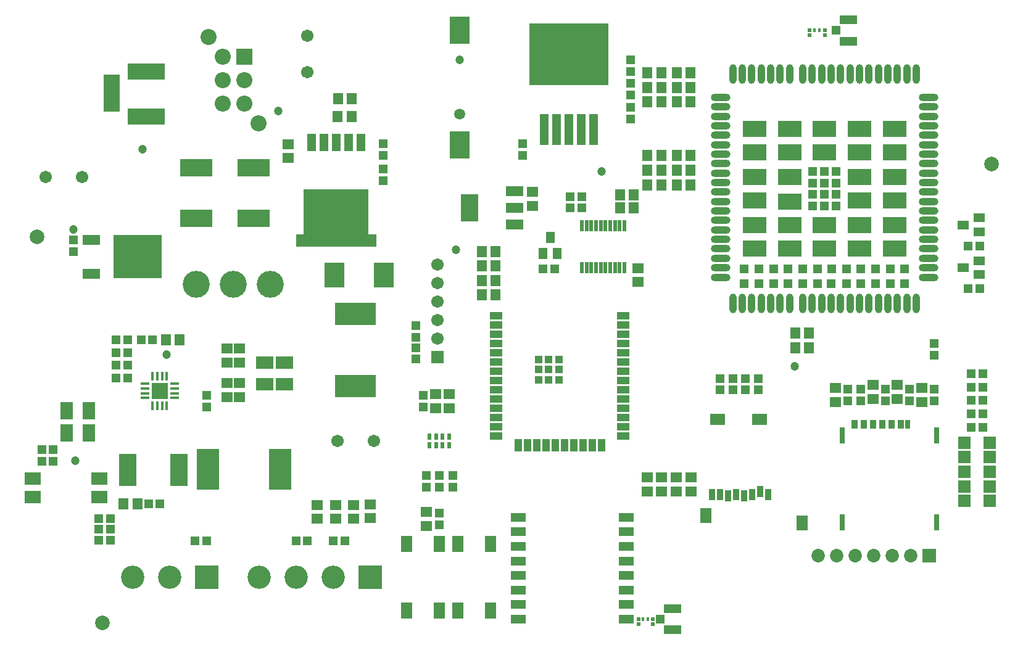
<source format=gts>
G04*
G04 #@! TF.GenerationSoftware,Altium Limited,Altium Designer,24.5.2 (23)*
G04*
G04 Layer_Color=8388736*
%FSLAX25Y25*%
%MOIN*%
G70*
G04*
G04 #@! TF.SameCoordinates,326569EC-AB97-4657-8C9B-8E87E8CDC543*
G04*
G04*
G04 #@! TF.FilePolarity,Negative*
G04*
G01*
G75*
%ADD63R,0.05918X0.05524*%
%ADD64R,0.05524X0.05918*%
%ADD65C,0.04737*%
%ADD66R,0.04816X0.04501*%
%ADD67R,0.11036X0.14973*%
%ADD68R,0.04501X0.04816*%
%ADD69R,0.01778X0.01975*%
%ADD70R,0.01975X0.01975*%
%ADD71R,0.06312X0.09068*%
%ADD72R,0.06706X0.06706*%
%ADD73R,0.06706X0.04343*%
%ADD74R,0.04343X0.06706*%
%ADD75R,0.04343X0.04343*%
%ADD76R,0.02368X0.03550*%
%ADD77R,0.09461X0.04934*%
%ADD78R,0.05131X0.04737*%
%ADD79R,0.04737X0.06312*%
%ADD80R,0.06312X0.04737*%
%ADD81R,0.08477X0.04934*%
%ADD82R,0.05013X0.09304*%
%ADD83R,0.04900X0.16700*%
%ADD84R,0.09461X0.14580*%
%ADD85R,0.09461X0.05524*%
%ADD86R,0.10642X0.13792*%
%ADD87R,0.12217X0.22060*%
%ADD88R,0.06706X0.09461*%
%ADD89R,0.09461X0.06706*%
%ADD90R,0.08661X0.08661*%
%ADD91R,0.05118X0.01575*%
%ADD92R,0.01575X0.05118*%
%ADD93R,0.09461X0.17729*%
%ADD94R,0.09776X0.05524*%
%ADD95R,0.25997X0.23635*%
%ADD96R,0.09068X0.06706*%
G04:AMPARAMS|DCode=97|XSize=61.06mil|YSize=19.72mil|CornerRadius=2.97mil|HoleSize=0mil|Usage=FLASHONLY|Rotation=270.000|XOffset=0mil|YOffset=0mil|HoleType=Round|Shape=RoundedRectangle|*
%AMROUNDEDRECTD97*
21,1,0.06106,0.01378,0,0,270.0*
21,1,0.05512,0.01972,0,0,270.0*
1,1,0.00594,-0.00689,-0.02756*
1,1,0.00594,-0.00689,0.02756*
1,1,0.00594,0.00689,0.02756*
1,1,0.00594,0.00689,-0.02756*
%
%ADD97ROUNDEDRECTD97*%
G04:AMPARAMS|DCode=98|XSize=106.42mil|YSize=39.5mil|CornerRadius=19.75mil|HoleSize=0mil|Usage=FLASHONLY|Rotation=90.000|XOffset=0mil|YOffset=0mil|HoleType=Round|Shape=RoundedRectangle|*
%AMROUNDEDRECTD98*
21,1,0.10642,0.00000,0,0,90.0*
21,1,0.06693,0.03950,0,0,90.0*
1,1,0.03950,0.00000,0.03347*
1,1,0.03950,0.00000,-0.03347*
1,1,0.03950,0.00000,-0.03347*
1,1,0.03950,0.00000,0.03347*
%
%ADD98ROUNDEDRECTD98*%
G04:AMPARAMS|DCode=99|XSize=106.42mil|YSize=39.5mil|CornerRadius=19.75mil|HoleSize=0mil|Usage=FLASHONLY|Rotation=180.000|XOffset=0mil|YOffset=0mil|HoleType=Round|Shape=RoundedRectangle|*
%AMROUNDEDRECTD99*
21,1,0.10642,0.00000,0,0,180.0*
21,1,0.06693,0.03950,0,0,180.0*
1,1,0.03950,-0.03347,0.00000*
1,1,0.03950,0.03347,0.00000*
1,1,0.03950,0.03347,0.00000*
1,1,0.03950,-0.03347,0.00000*
%
%ADD99ROUNDEDRECTD99*%
%ADD100R,0.05131X0.05131*%
%ADD101R,0.12611X0.08674*%
%ADD102R,0.43100X0.33500*%
%ADD103R,0.03543X0.06299*%
%ADD104R,0.07887X0.06312*%
%ADD105R,0.06312X0.08280*%
%ADD106R,0.22060X0.12217*%
%ADD107R,0.17729X0.09461*%
%ADD108C,0.07874*%
%ADD109R,0.03084X0.09068*%
%ADD110R,0.02795X0.04685*%
%ADD111R,0.03347X0.04842*%
%ADD112R,0.03189X0.04685*%
%ADD113C,0.06706*%
%ADD114R,0.06706X0.06706*%
%ADD115C,0.05918*%
%ADD116C,0.14580*%
%ADD117C,0.07296*%
%ADD118R,0.07296X0.07296*%
%ADD119R,0.12611X0.12611*%
%ADD120C,0.12611*%
%ADD121R,0.20485X0.08674*%
%ADD122R,0.08674X0.20485*%
%ADD123C,0.08674*%
%ADD124R,0.08674X0.08674*%
G36*
X190753Y246153D02*
X190772Y246150D01*
X191095D01*
Y245827D01*
X191098Y245808D01*
X191102Y245756D01*
Y221747D01*
X194835D01*
X194887Y221744D01*
X194906Y221740D01*
X195228D01*
Y221417D01*
X195232Y221399D01*
X195236Y221346D01*
Y215559D01*
X195232Y215507D01*
X195228Y215488D01*
Y215165D01*
X194906D01*
X194887Y215162D01*
X194835Y215158D01*
X152315D01*
X152263Y215162D01*
X152244Y215165D01*
X151921D01*
Y215488D01*
X151918Y215507D01*
X151914Y215559D01*
Y221346D01*
X151918Y221399D01*
X151921Y221417D01*
Y221740D01*
X152244D01*
X152263Y221744D01*
X152315Y221747D01*
X156048D01*
Y245756D01*
X156051Y245808D01*
X156055Y245827D01*
Y246150D01*
X156378D01*
X156396Y246153D01*
X156449Y246157D01*
X190701D01*
X190753Y246153D01*
D02*
G37*
D63*
X114556Y141375D02*
D03*
Y133895D02*
D03*
X114556Y152565D02*
D03*
Y160046D02*
D03*
X121446Y141375D02*
D03*
Y133895D02*
D03*
X121446Y152565D02*
D03*
Y160046D02*
D03*
X279528Y244685D02*
D03*
Y237205D02*
D03*
X336614Y196063D02*
D03*
Y203543D02*
D03*
X341535Y90354D02*
D03*
Y82874D02*
D03*
X349409Y90354D02*
D03*
Y82874D02*
D03*
X357283Y90354D02*
D03*
Y82874D02*
D03*
X365158Y90354D02*
D03*
Y82874D02*
D03*
X222441Y71653D02*
D03*
Y64173D02*
D03*
X227362Y135433D02*
D03*
Y127953D02*
D03*
X234685Y135433D02*
D03*
Y127953D02*
D03*
X191929Y75787D02*
D03*
Y68307D02*
D03*
X183071Y75590D02*
D03*
Y68110D02*
D03*
X147638Y262992D02*
D03*
Y270472D02*
D03*
X173228Y68110D02*
D03*
Y75590D02*
D03*
X163386D02*
D03*
Y68110D02*
D03*
X443291Y138665D02*
D03*
Y131184D02*
D03*
X463592Y132874D02*
D03*
Y140354D02*
D03*
X476779Y132874D02*
D03*
Y140354D02*
D03*
X489854Y131184D02*
D03*
Y138665D02*
D03*
D64*
X81486Y164717D02*
D03*
X88967D02*
D03*
X252165Y212598D02*
D03*
X259646D02*
D03*
X252165Y204724D02*
D03*
X259646D02*
D03*
X252165Y196850D02*
D03*
X259646D02*
D03*
X252165Y188976D02*
D03*
X259646D02*
D03*
X66227Y76021D02*
D03*
X58746D02*
D03*
X428937Y168307D02*
D03*
X421457D02*
D03*
X334329Y236221D02*
D03*
X326849D02*
D03*
X334329Y243155D02*
D03*
X326849D02*
D03*
X341732Y264370D02*
D03*
X349213D02*
D03*
X341732Y256496D02*
D03*
X349213D02*
D03*
X341732Y248622D02*
D03*
X349213D02*
D03*
X364961Y248622D02*
D03*
X357480D02*
D03*
X364961Y256496D02*
D03*
X357480D02*
D03*
X364961Y264370D02*
D03*
X357480D02*
D03*
X349213Y293307D02*
D03*
X341732D02*
D03*
X349213Y301181D02*
D03*
X341732D02*
D03*
X349213Y309055D02*
D03*
X341732D02*
D03*
X357480Y309055D02*
D03*
X364961D02*
D03*
X357480Y301181D02*
D03*
X364961D02*
D03*
X357480Y293307D02*
D03*
X364961D02*
D03*
X181962Y295205D02*
D03*
X174481D02*
D03*
X181890Y285433D02*
D03*
X174409D02*
D03*
X421457Y160433D02*
D03*
X428937D02*
D03*
D65*
X68898Y267717D02*
D03*
X238189Y213583D02*
D03*
X32480Y99410D02*
D03*
X316929Y255906D02*
D03*
X421260Y150591D02*
D03*
X81879Y156882D02*
D03*
X31457Y224317D02*
D03*
X142126Y288386D02*
D03*
X240158Y316122D02*
D03*
D66*
X216535Y166181D02*
D03*
Y172402D02*
D03*
Y154370D02*
D03*
Y160591D02*
D03*
X496673Y156610D02*
D03*
Y162831D02*
D03*
X387795Y143858D02*
D03*
Y137638D02*
D03*
X394685Y143858D02*
D03*
Y137638D02*
D03*
X380906Y143858D02*
D03*
Y137638D02*
D03*
X401575Y143858D02*
D03*
Y137638D02*
D03*
X14764Y99252D02*
D03*
Y105473D02*
D03*
X20669D02*
D03*
Y99252D02*
D03*
X229331Y71024D02*
D03*
Y64803D02*
D03*
X222441Y85276D02*
D03*
Y91496D02*
D03*
X229331Y85276D02*
D03*
Y91496D02*
D03*
X236653Y85276D02*
D03*
Y91496D02*
D03*
X220472Y128583D02*
D03*
Y134803D02*
D03*
X103690Y134677D02*
D03*
Y128457D02*
D03*
X31496Y212441D02*
D03*
Y218661D02*
D03*
X274232Y270827D02*
D03*
Y264606D02*
D03*
X332677Y316102D02*
D03*
Y309882D02*
D03*
Y303465D02*
D03*
Y297244D02*
D03*
Y290354D02*
D03*
Y284134D02*
D03*
X198819Y264606D02*
D03*
Y270827D02*
D03*
Y250827D02*
D03*
Y257047D02*
D03*
X496673Y138035D02*
D03*
Y131814D02*
D03*
X483290Y138035D02*
D03*
Y131814D02*
D03*
X470351Y138035D02*
D03*
Y131814D02*
D03*
X450019Y138035D02*
D03*
Y131814D02*
D03*
X456931Y138035D02*
D03*
Y131814D02*
D03*
D67*
X240158Y270098D02*
D03*
Y332264D02*
D03*
D68*
X522795Y117508D02*
D03*
X516575D02*
D03*
X522795Y146465D02*
D03*
X516575D02*
D03*
X522795Y139020D02*
D03*
X516575D02*
D03*
Y124646D02*
D03*
X522795D02*
D03*
Y131972D02*
D03*
X516575D02*
D03*
X103561Y56102D02*
D03*
X97342D02*
D03*
X151813Y56102D02*
D03*
X158031D02*
D03*
X172087D02*
D03*
X178307D02*
D03*
X306298Y242059D02*
D03*
X300077D02*
D03*
X306298Y236221D02*
D03*
X300077D02*
D03*
X285374Y203255D02*
D03*
X291594D02*
D03*
X521128Y192547D02*
D03*
X514907D02*
D03*
X521128Y215598D02*
D03*
X514907D02*
D03*
X54604Y164756D02*
D03*
X60824D02*
D03*
X60824Y157866D02*
D03*
X54604D02*
D03*
X74359Y164756D02*
D03*
X68138D02*
D03*
X60824Y150976D02*
D03*
X54604D02*
D03*
X78392Y76021D02*
D03*
X72172D02*
D03*
X60824Y144087D02*
D03*
X54604D02*
D03*
X45305Y68262D02*
D03*
X51525D02*
D03*
X51525Y62441D02*
D03*
X45305D02*
D03*
X45305Y56619D02*
D03*
X51525D02*
D03*
D69*
X341831Y13739D02*
D03*
X339272D02*
D03*
X432074Y332087D02*
D03*
X434633D02*
D03*
D70*
X336788Y13739D02*
D03*
Y10983D02*
D03*
X429134Y329331D02*
D03*
Y332087D02*
D03*
X437522Y332087D02*
D03*
Y329331D02*
D03*
X344488Y10983D02*
D03*
Y13739D02*
D03*
D71*
X229331Y54331D02*
D03*
X211614D02*
D03*
Y18504D02*
D03*
X229331D02*
D03*
X239173D02*
D03*
X256890D02*
D03*
Y54331D02*
D03*
X239173D02*
D03*
D72*
X526575Y93504D02*
D03*
X512795D02*
D03*
X526575Y85630D02*
D03*
X512795D02*
D03*
Y77756D02*
D03*
X526575D02*
D03*
X512795Y109252D02*
D03*
X526575D02*
D03*
X512795Y101378D02*
D03*
X526575D02*
D03*
D73*
X259842Y177677D02*
D03*
Y172677D02*
D03*
X259842Y167677D02*
D03*
X259842Y162677D02*
D03*
Y157677D02*
D03*
Y152677D02*
D03*
Y147677D02*
D03*
Y142677D02*
D03*
Y137677D02*
D03*
Y132677D02*
D03*
X259842Y127677D02*
D03*
X259842Y122677D02*
D03*
Y117677D02*
D03*
Y112677D02*
D03*
X328740D02*
D03*
Y117677D02*
D03*
Y122677D02*
D03*
X328740Y127677D02*
D03*
X328740Y132677D02*
D03*
Y137677D02*
D03*
Y142677D02*
D03*
Y147677D02*
D03*
Y152677D02*
D03*
Y157677D02*
D03*
Y162677D02*
D03*
X328740Y167677D02*
D03*
X328740Y172677D02*
D03*
Y177677D02*
D03*
D74*
X271811Y107756D02*
D03*
X276811Y107756D02*
D03*
X281811Y107756D02*
D03*
X286811D02*
D03*
X291811Y107756D02*
D03*
X296811Y107756D02*
D03*
X301811Y107756D02*
D03*
X306811Y107756D02*
D03*
X311811D02*
D03*
X316811Y107756D02*
D03*
D75*
X282874Y154291D02*
D03*
X288386D02*
D03*
X293898D02*
D03*
X282874Y148779D02*
D03*
X288386D02*
D03*
X293898Y148779D02*
D03*
X282874Y143268D02*
D03*
X288386D02*
D03*
X293898D02*
D03*
D76*
X224012Y107677D02*
D03*
X227555D02*
D03*
X231099D02*
D03*
X234642D02*
D03*
Y112401D02*
D03*
X231099D02*
D03*
X227555D02*
D03*
X224012D02*
D03*
D77*
X450198Y337841D02*
D03*
Y326227D02*
D03*
X355217Y19587D02*
D03*
Y7972D02*
D03*
D78*
X443702Y332034D02*
D03*
X348721Y13780D02*
D03*
D79*
X289173Y220276D02*
D03*
X292913Y211614D02*
D03*
X285433D02*
D03*
D80*
X512402Y203740D02*
D03*
X521063Y207480D02*
D03*
Y200000D02*
D03*
X512402Y226916D02*
D03*
X521063Y230656D02*
D03*
Y223175D02*
D03*
D81*
X272047Y68898D02*
D03*
Y61024D02*
D03*
Y53150D02*
D03*
Y45276D02*
D03*
Y37402D02*
D03*
Y29528D02*
D03*
Y21654D02*
D03*
Y13780D02*
D03*
X330315D02*
D03*
Y21654D02*
D03*
Y29528D02*
D03*
Y37402D02*
D03*
Y45276D02*
D03*
Y53150D02*
D03*
Y61024D02*
D03*
Y68898D02*
D03*
D82*
X186961Y271346D02*
D03*
X180268D02*
D03*
X173575D02*
D03*
X166882D02*
D03*
X160189D02*
D03*
D83*
X292520Y278350D02*
D03*
X285827D02*
D03*
X299213D02*
D03*
X305906D02*
D03*
X312598D02*
D03*
D84*
X245669Y236221D02*
D03*
D85*
X270079Y245276D02*
D03*
Y236221D02*
D03*
Y227165D02*
D03*
D86*
X172638Y199803D02*
D03*
X199409D02*
D03*
D87*
X104264Y94874D02*
D03*
X143241D02*
D03*
D88*
X39835Y126428D02*
D03*
X28024D02*
D03*
X39835Y114618D02*
D03*
X28024D02*
D03*
D89*
X145669Y152559D02*
D03*
Y140748D02*
D03*
X134843Y152559D02*
D03*
Y140748D02*
D03*
D90*
X78209Y137185D02*
D03*
D91*
X70138Y133346D02*
D03*
Y135906D02*
D03*
Y138465D02*
D03*
Y141024D02*
D03*
X86279Y138465D02*
D03*
Y135906D02*
D03*
Y133346D02*
D03*
Y141024D02*
D03*
D92*
X74370Y145256D02*
D03*
X76929D02*
D03*
X79488D02*
D03*
X82047D02*
D03*
Y129114D02*
D03*
X79488D02*
D03*
X76929D02*
D03*
X74370D02*
D03*
D93*
X88583Y94488D02*
D03*
X61024D02*
D03*
D94*
X41417Y200590D02*
D03*
Y218701D02*
D03*
D95*
X66417Y209646D02*
D03*
D96*
X9646Y79646D02*
D03*
Y89646D02*
D03*
X45472D02*
D03*
Y79646D02*
D03*
D97*
X329323Y226522D02*
D03*
X326764D02*
D03*
X324205D02*
D03*
X321646D02*
D03*
X319087D02*
D03*
X316528D02*
D03*
X313969D02*
D03*
X311410D02*
D03*
X308851D02*
D03*
X306292D02*
D03*
Y203688D02*
D03*
X308851D02*
D03*
X311410D02*
D03*
X313969D02*
D03*
X316528D02*
D03*
X319087D02*
D03*
X321646D02*
D03*
X324205D02*
D03*
X326764D02*
D03*
X329323D02*
D03*
D98*
X408268Y184449D02*
D03*
X413386D02*
D03*
X418504D02*
D03*
X435827D02*
D03*
X440945D02*
D03*
X446063D02*
D03*
X451181D02*
D03*
X456299D02*
D03*
X461417D02*
D03*
X466536D02*
D03*
X471654D02*
D03*
X476772D02*
D03*
X481890D02*
D03*
X487008D02*
D03*
Y308465D02*
D03*
X481890D02*
D03*
X476772D02*
D03*
X471654D02*
D03*
X466536D02*
D03*
X461417D02*
D03*
X440945D02*
D03*
X435827D02*
D03*
X418504D02*
D03*
X413386D02*
D03*
X408268D02*
D03*
X403150D02*
D03*
X398031D02*
D03*
X392913D02*
D03*
X387795D02*
D03*
X425591D02*
D03*
X430709D02*
D03*
Y184449D02*
D03*
X425591D02*
D03*
X446063Y308465D02*
D03*
X451181D02*
D03*
X456299D02*
D03*
X403150Y184449D02*
D03*
X398031D02*
D03*
X392913D02*
D03*
X387795D02*
D03*
D99*
X493504Y208858D02*
D03*
Y213976D02*
D03*
Y219094D02*
D03*
Y224213D02*
D03*
Y229331D02*
D03*
Y254921D02*
D03*
Y260039D02*
D03*
Y265158D02*
D03*
Y270276D02*
D03*
Y275394D02*
D03*
Y280512D02*
D03*
Y285630D02*
D03*
X493504Y295866D02*
D03*
X381299D02*
D03*
X381299Y290748D02*
D03*
Y285630D02*
D03*
Y280512D02*
D03*
Y275394D02*
D03*
Y270276D02*
D03*
Y265158D02*
D03*
Y234449D02*
D03*
Y229331D02*
D03*
Y224213D02*
D03*
Y219094D02*
D03*
Y213976D02*
D03*
Y208858D02*
D03*
X493504Y203740D02*
D03*
Y198622D02*
D03*
X381299D02*
D03*
Y203740D02*
D03*
Y239567D02*
D03*
Y244685D02*
D03*
Y249803D02*
D03*
Y254921D02*
D03*
Y260039D02*
D03*
X493504Y290748D02*
D03*
Y249803D02*
D03*
Y244685D02*
D03*
Y239567D02*
D03*
Y234449D02*
D03*
D100*
X431102Y249606D02*
D03*
X443701Y243307D02*
D03*
X431102Y237008D02*
D03*
X394094Y203150D02*
D03*
X409842D02*
D03*
X425591D02*
D03*
X433465D02*
D03*
X441339D02*
D03*
X449213D02*
D03*
X457087D02*
D03*
X457087Y195276D02*
D03*
X464961D02*
D03*
X480709D02*
D03*
X472835D02*
D03*
X449213D02*
D03*
X440945D02*
D03*
X433465D02*
D03*
X425591D02*
D03*
X417717D02*
D03*
X409842D02*
D03*
X401968D02*
D03*
X394094D02*
D03*
X480709Y203150D02*
D03*
X472835D02*
D03*
X464961D02*
D03*
X417717D02*
D03*
X401968D02*
D03*
X443701Y237008D02*
D03*
X437402D02*
D03*
Y243307D02*
D03*
X431102D02*
D03*
X443701Y249606D02*
D03*
X437402D02*
D03*
X443701Y255906D02*
D03*
X437402D02*
D03*
X431102D02*
D03*
D101*
X399606Y278740D02*
D03*
X418504D02*
D03*
X437402D02*
D03*
X456299D02*
D03*
X475197D02*
D03*
X399606Y266142D02*
D03*
X418504D02*
D03*
X437402D02*
D03*
X456299D02*
D03*
X475197D02*
D03*
X399606Y252756D02*
D03*
X418504D02*
D03*
X456299D02*
D03*
X475197D02*
D03*
X399606Y240158D02*
D03*
X418504Y239567D02*
D03*
X456299Y240158D02*
D03*
X475197D02*
D03*
X399606Y226772D02*
D03*
X418504D02*
D03*
X437402D02*
D03*
X456299D02*
D03*
X475197D02*
D03*
X399606Y214173D02*
D03*
X418504D02*
D03*
X437402D02*
D03*
X456299D02*
D03*
X475197D02*
D03*
D102*
X299213Y319094D02*
D03*
D103*
X385197Y80315D02*
D03*
X393858D02*
D03*
X402520Y82677D02*
D03*
X406850Y81102D02*
D03*
X376535D02*
D03*
X380866D02*
D03*
X389528D02*
D03*
X398189D02*
D03*
D104*
X402165Y121653D02*
D03*
X379724D02*
D03*
D105*
X425197Y65945D02*
D03*
X373425Y69882D02*
D03*
D106*
X184055Y178937D02*
D03*
Y139961D02*
D03*
D107*
X98110Y230315D02*
D03*
Y257874D02*
D03*
X128937Y230315D02*
D03*
Y257874D02*
D03*
D108*
X47244Y11811D02*
D03*
X527559Y259842D02*
D03*
X11811Y220472D02*
D03*
D109*
X446850Y113218D02*
D03*
Y65974D02*
D03*
X498032D02*
D03*
Y113218D02*
D03*
D110*
X482205Y119065D02*
D03*
D111*
X458465D02*
D03*
X468465D02*
D03*
X453465D02*
D03*
X463465D02*
D03*
X473465D02*
D03*
D112*
X478465D02*
D03*
D113*
X228346Y205354D02*
D03*
Y195354D02*
D03*
Y185354D02*
D03*
Y175354D02*
D03*
Y165354D02*
D03*
X174213Y110236D02*
D03*
X193898D02*
D03*
X157980Y329224D02*
D03*
Y309539D02*
D03*
X16732Y252953D02*
D03*
X36417D02*
D03*
D114*
X228346Y155354D02*
D03*
D115*
X240158Y286634D02*
D03*
D116*
X98110Y194882D02*
D03*
X118110D02*
D03*
X138110D02*
D03*
D117*
X484055Y48228D02*
D03*
X474055D02*
D03*
X464055D02*
D03*
X454055D02*
D03*
X444055D02*
D03*
X434055D02*
D03*
D118*
X494055D02*
D03*
D119*
X191890Y36417D02*
D03*
X103661D02*
D03*
D120*
X171890D02*
D03*
X151890D02*
D03*
X131890D02*
D03*
X83661D02*
D03*
X63661D02*
D03*
D121*
X70866Y285433D02*
D03*
Y309842D02*
D03*
D122*
X52362Y298031D02*
D03*
D123*
X104724Y328346D02*
D03*
X131496Y281890D02*
D03*
X112205Y292520D02*
D03*
Y305118D02*
D03*
Y317717D02*
D03*
X124016Y292520D02*
D03*
Y305118D02*
D03*
D124*
Y317717D02*
D03*
M02*

</source>
